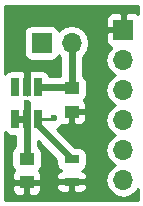
<source format=gtl>
G04 #@! TF.FileFunction,Copper,L1,Top,Signal*
%FSLAX46Y46*%
G04 Gerber Fmt 4.6, Leading zero omitted, Abs format (unit mm)*
G04 Created by KiCad (PCBNEW 4.0.2-stable) date Wednesday, 25 January 2017 'pmt' 12:35:03*
%MOMM*%
G01*
G04 APERTURE LIST*
%ADD10C,0.100000*%
%ADD11R,1.250000X1.000000*%
%ADD12R,1.700000X1.700000*%
%ADD13O,1.700000X1.700000*%
%ADD14R,1.300000X0.700000*%
%ADD15R,0.650000X1.560000*%
%ADD16C,0.600000*%
%ADD17C,0.600000*%
%ADD18C,0.250000*%
%ADD19C,0.254000*%
G04 APERTURE END LIST*
D10*
D11*
X152400000Y-111395000D03*
X152400000Y-113395000D03*
X156210000Y-105426000D03*
X156210000Y-107426000D03*
D12*
X153670000Y-101600000D03*
D13*
X156210000Y-101600000D03*
D12*
X160600000Y-100500000D03*
D13*
X160600000Y-103040000D03*
X160600000Y-105580000D03*
X160600000Y-108120000D03*
X160600000Y-110660000D03*
X160600000Y-113200000D03*
D14*
X156210000Y-111445000D03*
X156210000Y-113345000D03*
D15*
X153350000Y-105330000D03*
X152400000Y-105330000D03*
X151450000Y-105330000D03*
X151450000Y-108030000D03*
X153350000Y-108030000D03*
X152400000Y-108030000D03*
D16*
X152400000Y-106680000D03*
X152400000Y-103886000D03*
X154686000Y-107950000D03*
D17*
X152400000Y-108030000D02*
X152400000Y-106680000D01*
X152400000Y-108030000D02*
X152400000Y-111395000D01*
X151450000Y-108030000D02*
X152400000Y-108030000D01*
D18*
X152400000Y-108030000D02*
X152400000Y-107315000D01*
D17*
X152400000Y-105330000D02*
X152400000Y-103886000D01*
D18*
X152400000Y-106045000D02*
X152400000Y-105330000D01*
D17*
X156210000Y-105426000D02*
X156210000Y-101600000D01*
X153350000Y-105330000D02*
X156114000Y-105330000D01*
X156114000Y-105330000D02*
X156210000Y-105426000D01*
D18*
X155860000Y-105330000D02*
X156210000Y-105680000D01*
X153350000Y-108030000D02*
X154606000Y-108030000D01*
X154606000Y-108030000D02*
X154686000Y-107950000D01*
D17*
X153350000Y-108030000D02*
X153350000Y-108585000D01*
X153350000Y-108585000D02*
X156210000Y-111445000D01*
D19*
G36*
X161850000Y-99151975D02*
X161809698Y-99111673D01*
X161576309Y-99015000D01*
X160885750Y-99015000D01*
X160727000Y-99173750D01*
X160727000Y-100373000D01*
X160747000Y-100373000D01*
X160747000Y-100627000D01*
X160727000Y-100627000D01*
X160727000Y-100647000D01*
X160473000Y-100647000D01*
X160473000Y-100627000D01*
X159273750Y-100627000D01*
X159115000Y-100785750D01*
X159115000Y-101476310D01*
X159211673Y-101709699D01*
X159390302Y-101888327D01*
X159564777Y-101960597D01*
X159520853Y-101989946D01*
X159198946Y-102471715D01*
X159085907Y-103040000D01*
X159198946Y-103608285D01*
X159520853Y-104090054D01*
X159850026Y-104310000D01*
X159520853Y-104529946D01*
X159198946Y-105011715D01*
X159085907Y-105580000D01*
X159198946Y-106148285D01*
X159520853Y-106630054D01*
X159850026Y-106850000D01*
X159520853Y-107069946D01*
X159198946Y-107551715D01*
X159085907Y-108120000D01*
X159198946Y-108688285D01*
X159520853Y-109170054D01*
X159850026Y-109390000D01*
X159520853Y-109609946D01*
X159198946Y-110091715D01*
X159085907Y-110660000D01*
X159198946Y-111228285D01*
X159520853Y-111710054D01*
X159850026Y-111930000D01*
X159520853Y-112149946D01*
X159198946Y-112631715D01*
X159085907Y-113200000D01*
X159198946Y-113768285D01*
X159520853Y-114250054D01*
X160002622Y-114571961D01*
X160570907Y-114685000D01*
X160629093Y-114685000D01*
X161197378Y-114571961D01*
X161679147Y-114250054D01*
X161850000Y-113994354D01*
X161850000Y-114860000D01*
X150570000Y-114860000D01*
X150570000Y-113680750D01*
X151140000Y-113680750D01*
X151140000Y-114021309D01*
X151236673Y-114254698D01*
X151415301Y-114433327D01*
X151648690Y-114530000D01*
X152114250Y-114530000D01*
X152273000Y-114371250D01*
X152273000Y-113522000D01*
X152527000Y-113522000D01*
X152527000Y-114371250D01*
X152685750Y-114530000D01*
X153151310Y-114530000D01*
X153384699Y-114433327D01*
X153563327Y-114254698D01*
X153660000Y-114021309D01*
X153660000Y-113680750D01*
X153610000Y-113630750D01*
X154925000Y-113630750D01*
X154925000Y-113821309D01*
X155021673Y-114054698D01*
X155200301Y-114233327D01*
X155433690Y-114330000D01*
X155924250Y-114330000D01*
X156083000Y-114171250D01*
X156083000Y-113472000D01*
X156337000Y-113472000D01*
X156337000Y-114171250D01*
X156495750Y-114330000D01*
X156986310Y-114330000D01*
X157219699Y-114233327D01*
X157398327Y-114054698D01*
X157495000Y-113821309D01*
X157495000Y-113630750D01*
X157336250Y-113472000D01*
X156337000Y-113472000D01*
X156083000Y-113472000D01*
X155083750Y-113472000D01*
X154925000Y-113630750D01*
X153610000Y-113630750D01*
X153501250Y-113522000D01*
X152527000Y-113522000D01*
X152273000Y-113522000D01*
X151298750Y-113522000D01*
X151140000Y-113680750D01*
X150570000Y-113680750D01*
X150570000Y-109120163D01*
X150660910Y-109261441D01*
X150873110Y-109406431D01*
X151125000Y-109457440D01*
X151465000Y-109457440D01*
X151465000Y-110339895D01*
X151323559Y-110430910D01*
X151178569Y-110643110D01*
X151127560Y-110895000D01*
X151127560Y-111895000D01*
X151171838Y-112130317D01*
X151310910Y-112346441D01*
X151379006Y-112392969D01*
X151236673Y-112535302D01*
X151140000Y-112768691D01*
X151140000Y-113109250D01*
X151298750Y-113268000D01*
X152273000Y-113268000D01*
X152273000Y-113248000D01*
X152527000Y-113248000D01*
X152527000Y-113268000D01*
X153501250Y-113268000D01*
X153660000Y-113109250D01*
X153660000Y-112768691D01*
X153563327Y-112535302D01*
X153422090Y-112394064D01*
X153476441Y-112359090D01*
X153621431Y-112146890D01*
X153672440Y-111895000D01*
X153672440Y-110895000D01*
X153628162Y-110659683D01*
X153489090Y-110443559D01*
X153335000Y-110338274D01*
X153335000Y-109892290D01*
X154912560Y-111469850D01*
X154912560Y-111795000D01*
X154956838Y-112030317D01*
X155095910Y-112246441D01*
X155308110Y-112391431D01*
X155341490Y-112398191D01*
X155200301Y-112456673D01*
X155021673Y-112635302D01*
X154925000Y-112868691D01*
X154925000Y-113059250D01*
X155083750Y-113218000D01*
X156083000Y-113218000D01*
X156083000Y-113198000D01*
X156337000Y-113198000D01*
X156337000Y-113218000D01*
X157336250Y-113218000D01*
X157495000Y-113059250D01*
X157495000Y-112868691D01*
X157398327Y-112635302D01*
X157219699Y-112456673D01*
X157083713Y-112400346D01*
X157095317Y-112398162D01*
X157311441Y-112259090D01*
X157456431Y-112046890D01*
X157507440Y-111795000D01*
X157507440Y-111095000D01*
X157463162Y-110859683D01*
X157324090Y-110643559D01*
X157111890Y-110498569D01*
X156860000Y-110447560D01*
X156534850Y-110447560D01*
X154942838Y-108855548D01*
X155214943Y-108743117D01*
X155415358Y-108543051D01*
X155458690Y-108561000D01*
X155924250Y-108561000D01*
X156083000Y-108402250D01*
X156083000Y-107553000D01*
X156337000Y-107553000D01*
X156337000Y-108402250D01*
X156495750Y-108561000D01*
X156961310Y-108561000D01*
X157194699Y-108464327D01*
X157373327Y-108285698D01*
X157470000Y-108052309D01*
X157470000Y-107711750D01*
X157311250Y-107553000D01*
X156337000Y-107553000D01*
X156083000Y-107553000D01*
X156063000Y-107553000D01*
X156063000Y-107299000D01*
X156083000Y-107299000D01*
X156083000Y-107279000D01*
X156337000Y-107279000D01*
X156337000Y-107299000D01*
X157311250Y-107299000D01*
X157470000Y-107140250D01*
X157470000Y-106799691D01*
X157373327Y-106566302D01*
X157232090Y-106425064D01*
X157286441Y-106390090D01*
X157431431Y-106177890D01*
X157482440Y-105926000D01*
X157482440Y-104926000D01*
X157438162Y-104690683D01*
X157299090Y-104474559D01*
X157145000Y-104369274D01*
X157145000Y-102756023D01*
X157260054Y-102679147D01*
X157581961Y-102197378D01*
X157695000Y-101629093D01*
X157695000Y-101570907D01*
X157581961Y-101002622D01*
X157260054Y-100520853D01*
X156778285Y-100198946D01*
X156210000Y-100085907D01*
X155641715Y-100198946D01*
X155159946Y-100520853D01*
X155132150Y-100562452D01*
X155123162Y-100514683D01*
X154984090Y-100298559D01*
X154771890Y-100153569D01*
X154520000Y-100102560D01*
X152820000Y-100102560D01*
X152584683Y-100146838D01*
X152368559Y-100285910D01*
X152223569Y-100498110D01*
X152172560Y-100750000D01*
X152172560Y-102450000D01*
X152216838Y-102685317D01*
X152355910Y-102901441D01*
X152568110Y-103046431D01*
X152820000Y-103097440D01*
X154520000Y-103097440D01*
X154755317Y-103053162D01*
X154971441Y-102914090D01*
X155116431Y-102701890D01*
X155130086Y-102634459D01*
X155159946Y-102679147D01*
X155275000Y-102756023D01*
X155275000Y-104370895D01*
X155237540Y-104395000D01*
X154293275Y-104395000D01*
X154278162Y-104314683D01*
X154139090Y-104098559D01*
X153926890Y-103953569D01*
X153675000Y-103902560D01*
X153025000Y-103902560D01*
X152884914Y-103928919D01*
X152851310Y-103915000D01*
X152685750Y-103915000D01*
X152527000Y-104073750D01*
X152527000Y-104154051D01*
X152428569Y-104298110D01*
X152400824Y-104435120D01*
X152378162Y-104314683D01*
X152273000Y-104151257D01*
X152273000Y-104073750D01*
X152114250Y-103915000D01*
X151948690Y-103915000D01*
X151911829Y-103930268D01*
X151775000Y-103902560D01*
X151125000Y-103902560D01*
X150889683Y-103946838D01*
X150673559Y-104085910D01*
X150570000Y-104237474D01*
X150570000Y-99523690D01*
X159115000Y-99523690D01*
X159115000Y-100214250D01*
X159273750Y-100373000D01*
X160473000Y-100373000D01*
X160473000Y-99173750D01*
X160314250Y-99015000D01*
X159623691Y-99015000D01*
X159390302Y-99111673D01*
X159211673Y-99290301D01*
X159115000Y-99523690D01*
X150570000Y-99523690D01*
X150570000Y-98500000D01*
X161850000Y-98500000D01*
X161850000Y-99151975D01*
X161850000Y-99151975D01*
G37*
X161850000Y-99151975D02*
X161809698Y-99111673D01*
X161576309Y-99015000D01*
X160885750Y-99015000D01*
X160727000Y-99173750D01*
X160727000Y-100373000D01*
X160747000Y-100373000D01*
X160747000Y-100627000D01*
X160727000Y-100627000D01*
X160727000Y-100647000D01*
X160473000Y-100647000D01*
X160473000Y-100627000D01*
X159273750Y-100627000D01*
X159115000Y-100785750D01*
X159115000Y-101476310D01*
X159211673Y-101709699D01*
X159390302Y-101888327D01*
X159564777Y-101960597D01*
X159520853Y-101989946D01*
X159198946Y-102471715D01*
X159085907Y-103040000D01*
X159198946Y-103608285D01*
X159520853Y-104090054D01*
X159850026Y-104310000D01*
X159520853Y-104529946D01*
X159198946Y-105011715D01*
X159085907Y-105580000D01*
X159198946Y-106148285D01*
X159520853Y-106630054D01*
X159850026Y-106850000D01*
X159520853Y-107069946D01*
X159198946Y-107551715D01*
X159085907Y-108120000D01*
X159198946Y-108688285D01*
X159520853Y-109170054D01*
X159850026Y-109390000D01*
X159520853Y-109609946D01*
X159198946Y-110091715D01*
X159085907Y-110660000D01*
X159198946Y-111228285D01*
X159520853Y-111710054D01*
X159850026Y-111930000D01*
X159520853Y-112149946D01*
X159198946Y-112631715D01*
X159085907Y-113200000D01*
X159198946Y-113768285D01*
X159520853Y-114250054D01*
X160002622Y-114571961D01*
X160570907Y-114685000D01*
X160629093Y-114685000D01*
X161197378Y-114571961D01*
X161679147Y-114250054D01*
X161850000Y-113994354D01*
X161850000Y-114860000D01*
X150570000Y-114860000D01*
X150570000Y-113680750D01*
X151140000Y-113680750D01*
X151140000Y-114021309D01*
X151236673Y-114254698D01*
X151415301Y-114433327D01*
X151648690Y-114530000D01*
X152114250Y-114530000D01*
X152273000Y-114371250D01*
X152273000Y-113522000D01*
X152527000Y-113522000D01*
X152527000Y-114371250D01*
X152685750Y-114530000D01*
X153151310Y-114530000D01*
X153384699Y-114433327D01*
X153563327Y-114254698D01*
X153660000Y-114021309D01*
X153660000Y-113680750D01*
X153610000Y-113630750D01*
X154925000Y-113630750D01*
X154925000Y-113821309D01*
X155021673Y-114054698D01*
X155200301Y-114233327D01*
X155433690Y-114330000D01*
X155924250Y-114330000D01*
X156083000Y-114171250D01*
X156083000Y-113472000D01*
X156337000Y-113472000D01*
X156337000Y-114171250D01*
X156495750Y-114330000D01*
X156986310Y-114330000D01*
X157219699Y-114233327D01*
X157398327Y-114054698D01*
X157495000Y-113821309D01*
X157495000Y-113630750D01*
X157336250Y-113472000D01*
X156337000Y-113472000D01*
X156083000Y-113472000D01*
X155083750Y-113472000D01*
X154925000Y-113630750D01*
X153610000Y-113630750D01*
X153501250Y-113522000D01*
X152527000Y-113522000D01*
X152273000Y-113522000D01*
X151298750Y-113522000D01*
X151140000Y-113680750D01*
X150570000Y-113680750D01*
X150570000Y-109120163D01*
X150660910Y-109261441D01*
X150873110Y-109406431D01*
X151125000Y-109457440D01*
X151465000Y-109457440D01*
X151465000Y-110339895D01*
X151323559Y-110430910D01*
X151178569Y-110643110D01*
X151127560Y-110895000D01*
X151127560Y-111895000D01*
X151171838Y-112130317D01*
X151310910Y-112346441D01*
X151379006Y-112392969D01*
X151236673Y-112535302D01*
X151140000Y-112768691D01*
X151140000Y-113109250D01*
X151298750Y-113268000D01*
X152273000Y-113268000D01*
X152273000Y-113248000D01*
X152527000Y-113248000D01*
X152527000Y-113268000D01*
X153501250Y-113268000D01*
X153660000Y-113109250D01*
X153660000Y-112768691D01*
X153563327Y-112535302D01*
X153422090Y-112394064D01*
X153476441Y-112359090D01*
X153621431Y-112146890D01*
X153672440Y-111895000D01*
X153672440Y-110895000D01*
X153628162Y-110659683D01*
X153489090Y-110443559D01*
X153335000Y-110338274D01*
X153335000Y-109892290D01*
X154912560Y-111469850D01*
X154912560Y-111795000D01*
X154956838Y-112030317D01*
X155095910Y-112246441D01*
X155308110Y-112391431D01*
X155341490Y-112398191D01*
X155200301Y-112456673D01*
X155021673Y-112635302D01*
X154925000Y-112868691D01*
X154925000Y-113059250D01*
X155083750Y-113218000D01*
X156083000Y-113218000D01*
X156083000Y-113198000D01*
X156337000Y-113198000D01*
X156337000Y-113218000D01*
X157336250Y-113218000D01*
X157495000Y-113059250D01*
X157495000Y-112868691D01*
X157398327Y-112635302D01*
X157219699Y-112456673D01*
X157083713Y-112400346D01*
X157095317Y-112398162D01*
X157311441Y-112259090D01*
X157456431Y-112046890D01*
X157507440Y-111795000D01*
X157507440Y-111095000D01*
X157463162Y-110859683D01*
X157324090Y-110643559D01*
X157111890Y-110498569D01*
X156860000Y-110447560D01*
X156534850Y-110447560D01*
X154942838Y-108855548D01*
X155214943Y-108743117D01*
X155415358Y-108543051D01*
X155458690Y-108561000D01*
X155924250Y-108561000D01*
X156083000Y-108402250D01*
X156083000Y-107553000D01*
X156337000Y-107553000D01*
X156337000Y-108402250D01*
X156495750Y-108561000D01*
X156961310Y-108561000D01*
X157194699Y-108464327D01*
X157373327Y-108285698D01*
X157470000Y-108052309D01*
X157470000Y-107711750D01*
X157311250Y-107553000D01*
X156337000Y-107553000D01*
X156083000Y-107553000D01*
X156063000Y-107553000D01*
X156063000Y-107299000D01*
X156083000Y-107299000D01*
X156083000Y-107279000D01*
X156337000Y-107279000D01*
X156337000Y-107299000D01*
X157311250Y-107299000D01*
X157470000Y-107140250D01*
X157470000Y-106799691D01*
X157373327Y-106566302D01*
X157232090Y-106425064D01*
X157286441Y-106390090D01*
X157431431Y-106177890D01*
X157482440Y-105926000D01*
X157482440Y-104926000D01*
X157438162Y-104690683D01*
X157299090Y-104474559D01*
X157145000Y-104369274D01*
X157145000Y-102756023D01*
X157260054Y-102679147D01*
X157581961Y-102197378D01*
X157695000Y-101629093D01*
X157695000Y-101570907D01*
X157581961Y-101002622D01*
X157260054Y-100520853D01*
X156778285Y-100198946D01*
X156210000Y-100085907D01*
X155641715Y-100198946D01*
X155159946Y-100520853D01*
X155132150Y-100562452D01*
X155123162Y-100514683D01*
X154984090Y-100298559D01*
X154771890Y-100153569D01*
X154520000Y-100102560D01*
X152820000Y-100102560D01*
X152584683Y-100146838D01*
X152368559Y-100285910D01*
X152223569Y-100498110D01*
X152172560Y-100750000D01*
X152172560Y-102450000D01*
X152216838Y-102685317D01*
X152355910Y-102901441D01*
X152568110Y-103046431D01*
X152820000Y-103097440D01*
X154520000Y-103097440D01*
X154755317Y-103053162D01*
X154971441Y-102914090D01*
X155116431Y-102701890D01*
X155130086Y-102634459D01*
X155159946Y-102679147D01*
X155275000Y-102756023D01*
X155275000Y-104370895D01*
X155237540Y-104395000D01*
X154293275Y-104395000D01*
X154278162Y-104314683D01*
X154139090Y-104098559D01*
X153926890Y-103953569D01*
X153675000Y-103902560D01*
X153025000Y-103902560D01*
X152884914Y-103928919D01*
X152851310Y-103915000D01*
X152685750Y-103915000D01*
X152527000Y-104073750D01*
X152527000Y-104154051D01*
X152428569Y-104298110D01*
X152400824Y-104435120D01*
X152378162Y-104314683D01*
X152273000Y-104151257D01*
X152273000Y-104073750D01*
X152114250Y-103915000D01*
X151948690Y-103915000D01*
X151911829Y-103930268D01*
X151775000Y-103902560D01*
X151125000Y-103902560D01*
X150889683Y-103946838D01*
X150673559Y-104085910D01*
X150570000Y-104237474D01*
X150570000Y-99523690D01*
X159115000Y-99523690D01*
X159115000Y-100214250D01*
X159273750Y-100373000D01*
X160473000Y-100373000D01*
X160473000Y-99173750D01*
X160314250Y-99015000D01*
X159623691Y-99015000D01*
X159390302Y-99111673D01*
X159211673Y-99290301D01*
X159115000Y-99523690D01*
X150570000Y-99523690D01*
X150570000Y-98500000D01*
X161850000Y-98500000D01*
X161850000Y-99151975D01*
M02*

</source>
